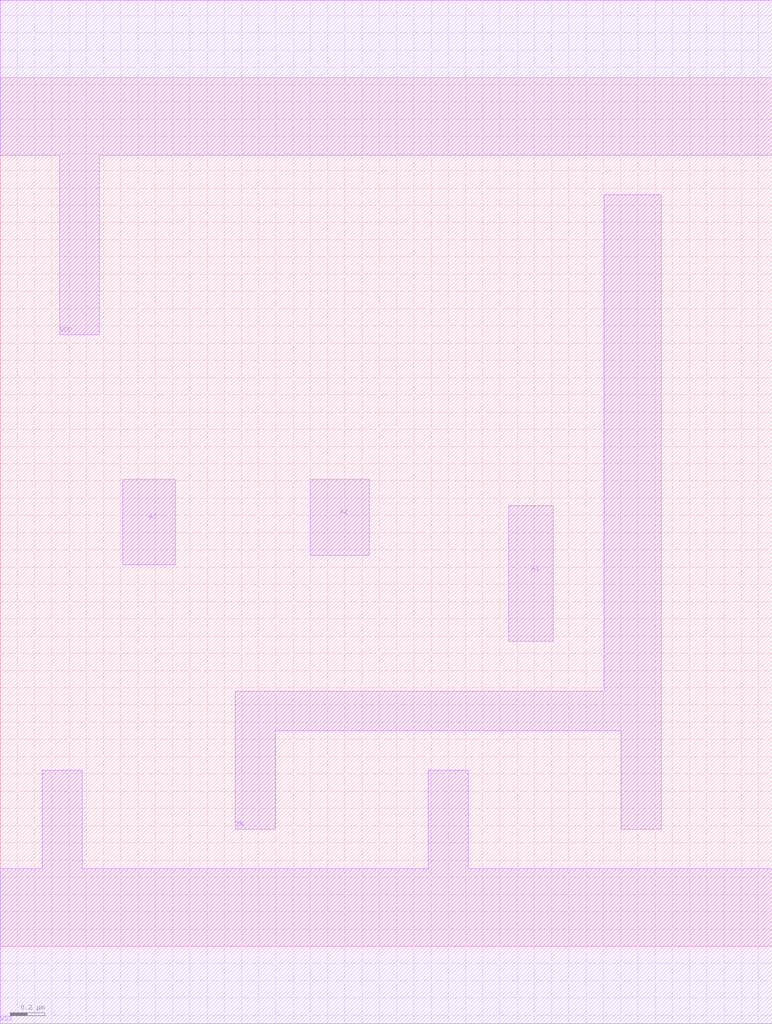
<source format=lef>
# Copyright 2022 GlobalFoundries PDK Authors
#
# Licensed under the Apache License, Version 2.0 (the "License");
# you may not use this file except in compliance with the License.
# You may obtain a copy of the License at
#
#      http://www.apache.org/licenses/LICENSE-2.0
#
# Unless required by applicable law or agreed to in writing, software
# distributed under the License is distributed on an "AS IS" BASIS,
# WITHOUT WARRANTIES OR CONDITIONS OF ANY KIND, either express or implied.
# See the License for the specific language governing permissions and
# limitations under the License.

MACRO gf180mcu_fd_sc_mcu9t5v0__nor3_1
  CLASS core ;
  FOREIGN gf180mcu_fd_sc_mcu9t5v0__nor3_1 0.0 0.0 ;
  ORIGIN 0 0 ;
  SYMMETRY X Y ;
  SITE GF018hv5v_green_sc9 ;
  SIZE 4.48 BY 5.04 ;
  PIN A1
    DIRECTION INPUT ;
    ANTENNAGATEAREA 1.389 ;
    PORT
      LAYER Metal1 ;
        POLYGON 2.95 1.77 3.21 1.77 3.21 2.555 2.95 2.555  ;
    END
  END A1
  PIN A2
    DIRECTION INPUT ;
    ANTENNAGATEAREA 1.389 ;
    PORT
      LAYER Metal1 ;
        POLYGON 1.8 2.27 2.14 2.27 2.14 2.71 1.8 2.71  ;
    END
  END A2
  PIN A3
    DIRECTION INPUT ;
    ANTENNAGATEAREA 1.389 ;
    PORT
      LAYER Metal1 ;
        POLYGON 0.71 2.215 1.015 2.215 1.015 2.71 0.71 2.71  ;
    END
  END A3
  PIN ZN
    DIRECTION OUTPUT ;
    ANTENNADIFFAREA 1.5636 ;
    PORT
      LAYER Metal1 ;
        POLYGON 1.365 0.68 1.595 0.68 1.595 1.25 3.605 1.25 3.605 0.68 3.835 0.68 3.835 4.36 3.505 4.36 3.505 1.48 1.365 1.48  ;
    END
  END ZN
  PIN VDD
    DIRECTION INOUT ;
    USE power ;
    SHAPE ABUTMENT ;
    PORT
      LAYER Metal1 ;
        POLYGON 0 4.59 0.345 4.59 0.345 3.55 0.575 3.55 0.575 4.59 4.48 4.59 4.48 5.49 0 5.49  ;
    END
  END VDD
  PIN VSS
    DIRECTION INOUT ;
    USE ground ;
    SHAPE ABUTMENT ;
    PORT
      LAYER Metal1 ;
        POLYGON 0 -0.45 4.48 -0.45 4.48 0.45 2.715 0.45 2.715 1.02 2.485 1.02 2.485 0.45 0.475 0.45 0.475 1.02 0.245 1.02 0.245 0.45 0 0.45  ;
    END
  END VSS
END gf180mcu_fd_sc_mcu9t5v0__nor3_1

</source>
